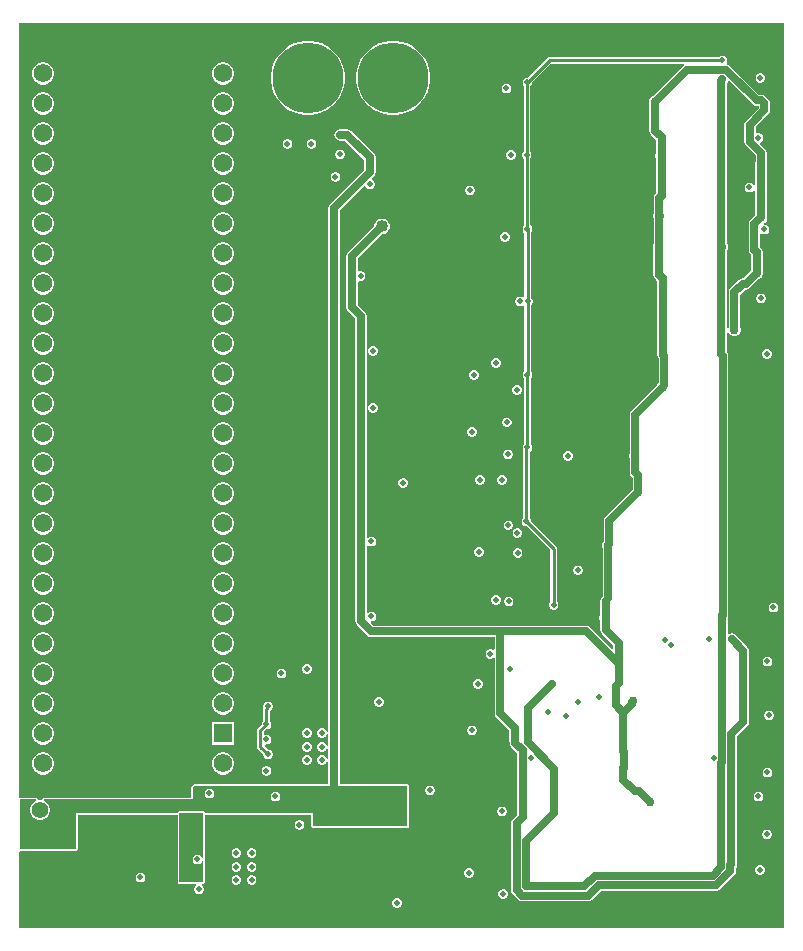
<source format=gbr>
G04*
G04 #@! TF.GenerationSoftware,Altium Limited,Altium Designer,23.5.1 (21)*
G04*
G04 Layer_Physical_Order=3*
G04 Layer_Color=16440176*
%FSLAX25Y25*%
%MOIN*%
G70*
G04*
G04 #@! TF.SameCoordinates,62E66B6F-0332-4FDC-AC1A-6E2C05ECB38F*
G04*
G04*
G04 #@! TF.FilePolarity,Positive*
G04*
G01*
G75*
%ADD13C,0.01000*%
%ADD52C,0.06181*%
%ADD53R,0.06181X0.06181*%
%ADD54C,0.05472*%
%ADD55R,0.05472X0.05472*%
%ADD58C,0.02500*%
%ADD60C,0.23622*%
%ADD62C,0.03000*%
%ADD63C,0.02000*%
%ADD64C,0.04000*%
G36*
X576957Y440543D02*
X322043D01*
Y466090D01*
X322459Y466368D01*
X322500Y466351D01*
X341000D01*
X341459Y466541D01*
X341649Y467000D01*
Y478351D01*
X374851D01*
Y456000D01*
X375041Y455541D01*
X375500Y455351D01*
X380980D01*
X381087Y454884D01*
X381088Y454851D01*
X380644Y454406D01*
X380400Y453818D01*
Y453182D01*
X380644Y452594D01*
X381094Y452144D01*
X381682Y451900D01*
X382318D01*
X382906Y452144D01*
X383356Y452594D01*
X383600Y453182D01*
Y453818D01*
X383356Y454406D01*
X382912Y454851D01*
X382913Y454884D01*
X383020Y455351D01*
X383500D01*
X383959Y455541D01*
X384149Y456000D01*
Y462841D01*
X384077Y463016D01*
X384040Y463202D01*
X384018Y463336D01*
X384040Y463798D01*
X384149Y464159D01*
X384149Y464251D01*
Y478351D01*
X419351D01*
Y474500D01*
X419541Y474041D01*
X420000Y473851D01*
X451500D01*
X451959Y474041D01*
X452149Y474500D01*
Y488000D01*
X451959Y488459D01*
X451500Y488649D01*
X428886D01*
Y679749D01*
X436994Y687856D01*
X437583Y687739D01*
X437644Y687594D01*
X438094Y687144D01*
X438682Y686900D01*
X439318D01*
X439906Y687144D01*
X440356Y687594D01*
X440600Y688182D01*
Y688818D01*
X440356Y689406D01*
X439906Y689856D01*
X439761Y689917D01*
X439643Y690507D01*
X440334Y691197D01*
X440743Y691809D01*
X440886Y692530D01*
Y697500D01*
X440743Y698222D01*
X440334Y698834D01*
X432834Y706334D01*
X432222Y706743D01*
X431500Y706886D01*
X429000D01*
X428278Y706743D01*
X427666Y706334D01*
X427257Y705722D01*
X427114Y705000D01*
X427257Y704278D01*
X427666Y703666D01*
X428278Y703257D01*
X429000Y703114D01*
X430719D01*
X437114Y696719D01*
Y693312D01*
X425666Y681864D01*
X425257Y681252D01*
X425114Y680531D01*
Y506251D01*
X424614Y506152D01*
X424415Y506631D01*
X423965Y507081D01*
X423377Y507324D01*
X422741D01*
X422153Y507081D01*
X421703Y506631D01*
X421459Y506043D01*
Y505406D01*
X421703Y504818D01*
X422153Y504368D01*
X422741Y504124D01*
X423377D01*
X423965Y504368D01*
X424415Y504818D01*
X424614Y505297D01*
X425114Y505197D01*
Y501527D01*
X424614Y501428D01*
X424415Y501906D01*
X423965Y502356D01*
X423377Y502600D01*
X422741D01*
X422153Y502356D01*
X421703Y501906D01*
X421459Y501318D01*
Y500682D01*
X421703Y500094D01*
X422153Y499644D01*
X422741Y499400D01*
X423377D01*
X423965Y499644D01*
X424415Y500094D01*
X424614Y500572D01*
X425114Y500473D01*
Y497196D01*
X424614Y497097D01*
X424415Y497576D01*
X423965Y498026D01*
X423377Y498269D01*
X422741D01*
X422153Y498026D01*
X421703Y497576D01*
X421459Y496988D01*
Y496351D01*
X421703Y495763D01*
X422153Y495313D01*
X422741Y495069D01*
X423377D01*
X423965Y495313D01*
X424415Y495763D01*
X424614Y496242D01*
X425114Y496142D01*
Y488649D01*
X380500D01*
X380041Y488459D01*
X379541Y487959D01*
X379351Y487500D01*
Y484149D01*
X330455D01*
X330324Y484095D01*
X330182Y484090D01*
X330103Y484004D01*
X329995Y483959D01*
X329941Y483828D01*
X329845Y483724D01*
X329763Y483501D01*
X329313Y483273D01*
X328687D01*
X328237Y483501D01*
X328155Y483724D01*
X328059Y483828D01*
X328005Y483959D01*
X327897Y484004D01*
X327818Y484090D01*
X327676Y484095D01*
X327545Y484149D01*
X322500D01*
X322459Y484132D01*
X322043Y484410D01*
Y742457D01*
X576957D01*
Y440543D01*
D02*
G37*
G36*
X451500Y474500D02*
X420000D01*
Y479000D01*
X384149D01*
X383959Y479459D01*
X383500Y479649D01*
X375500D01*
X375041Y479459D01*
X374851Y479000D01*
X341000D01*
Y467000D01*
X322500D01*
Y483500D01*
X327545D01*
X327627Y483277D01*
X327633Y483000D01*
X326952Y482607D01*
X326330Y481986D01*
X325891Y481225D01*
X325664Y480376D01*
Y479498D01*
X325891Y478649D01*
X326330Y477888D01*
X326952Y477267D01*
X327712Y476828D01*
X328561Y476601D01*
X329439D01*
X330288Y476828D01*
X331048Y477267D01*
X331670Y477888D01*
X332109Y478649D01*
X332336Y479498D01*
Y480376D01*
X332109Y481225D01*
X331670Y481986D01*
X331048Y482607D01*
X330367Y483000D01*
X330373Y483277D01*
X330455Y483500D01*
X380000D01*
Y487500D01*
X380500Y488000D01*
X451500D01*
Y474500D01*
D02*
G37*
G36*
X383500Y464159D02*
X383000Y464060D01*
X382856Y464406D01*
X382406Y464856D01*
X381818Y465100D01*
X381182D01*
X380594Y464856D01*
X380144Y464406D01*
X379900Y463818D01*
Y463182D01*
X380144Y462594D01*
X380594Y462144D01*
X381182Y461900D01*
X381818D01*
X382406Y462144D01*
X382856Y462594D01*
X383000Y462940D01*
X383500Y462841D01*
Y456000D01*
X375500D01*
Y479000D01*
X383500D01*
Y464159D01*
D02*
G37*
%LPC*%
G36*
X569429Y725600D02*
X568792D01*
X568204Y725356D01*
X567754Y724906D01*
X567511Y724318D01*
Y723682D01*
X567754Y723094D01*
X568204Y722644D01*
X568792Y722400D01*
X569429D01*
X570017Y722644D01*
X570467Y723094D01*
X570711Y723682D01*
Y724318D01*
X570467Y724906D01*
X570017Y725356D01*
X569429Y725600D01*
D02*
G37*
G36*
X390486Y729190D02*
X389514D01*
X388576Y728939D01*
X387734Y728453D01*
X387047Y727766D01*
X386561Y726925D01*
X386310Y725986D01*
Y725014D01*
X386561Y724076D01*
X387047Y723234D01*
X387734Y722547D01*
X388576Y722061D01*
X389514Y721809D01*
X390486D01*
X391424Y722061D01*
X392266Y722547D01*
X392953Y723234D01*
X393439Y724076D01*
X393690Y725014D01*
Y725986D01*
X393439Y726925D01*
X392953Y727766D01*
X392266Y728453D01*
X391424Y728939D01*
X390486Y729190D01*
D02*
G37*
G36*
X330486D02*
X329514D01*
X328575Y728939D01*
X327734Y728453D01*
X327047Y727766D01*
X326561Y726925D01*
X326309Y725986D01*
Y725014D01*
X326561Y724076D01*
X327047Y723234D01*
X327734Y722547D01*
X328575Y722061D01*
X329514Y721809D01*
X330486D01*
X331424Y722061D01*
X332266Y722547D01*
X332953Y723234D01*
X333439Y724076D01*
X333691Y725014D01*
Y725986D01*
X333439Y726925D01*
X332953Y727766D01*
X332266Y728453D01*
X331424Y728939D01*
X330486Y729190D01*
D02*
G37*
G36*
X484818Y722100D02*
X484182D01*
X483594Y721856D01*
X483144Y721406D01*
X482900Y720818D01*
Y720182D01*
X483144Y719594D01*
X483594Y719144D01*
X484182Y718900D01*
X484818D01*
X485406Y719144D01*
X485856Y719594D01*
X486100Y720182D01*
Y720818D01*
X485856Y721406D01*
X485406Y721856D01*
X484818Y722100D01*
D02*
G37*
G36*
X390486Y719191D02*
X389514D01*
X388576Y718939D01*
X387734Y718453D01*
X387047Y717766D01*
X386561Y716924D01*
X386310Y715986D01*
Y715014D01*
X386561Y714076D01*
X387047Y713234D01*
X387734Y712547D01*
X388576Y712061D01*
X389514Y711809D01*
X390486D01*
X391424Y712061D01*
X392266Y712547D01*
X392953Y713234D01*
X393439Y714076D01*
X393690Y715014D01*
Y715986D01*
X393439Y716924D01*
X392953Y717766D01*
X392266Y718453D01*
X391424Y718939D01*
X390486Y719191D01*
D02*
G37*
G36*
X330486D02*
X329514D01*
X328575Y718939D01*
X327734Y718453D01*
X327047Y717766D01*
X326561Y716924D01*
X326309Y715986D01*
Y715014D01*
X326561Y714076D01*
X327047Y713234D01*
X327734Y712547D01*
X328575Y712061D01*
X329514Y711809D01*
X330486D01*
X331424Y712061D01*
X332266Y712547D01*
X332953Y713234D01*
X333439Y714076D01*
X333691Y715014D01*
Y715986D01*
X333439Y716924D01*
X332953Y717766D01*
X332266Y718453D01*
X331424Y718939D01*
X330486Y719191D01*
D02*
G37*
G36*
X447650Y736411D02*
X445696D01*
X443767Y736105D01*
X441909Y735502D01*
X440168Y734615D01*
X438588Y733467D01*
X437207Y732085D01*
X436058Y730505D01*
X435172Y728764D01*
X434568Y726906D01*
X434262Y724977D01*
Y723023D01*
X434568Y721094D01*
X435172Y719236D01*
X436058Y717495D01*
X437207Y715915D01*
X438588Y714533D01*
X440168Y713385D01*
X441909Y712498D01*
X443767Y711895D01*
X445696Y711589D01*
X447650D01*
X449579Y711895D01*
X451437Y712498D01*
X453178Y713385D01*
X454759Y714533D01*
X456140Y715915D01*
X457288Y717495D01*
X458175Y719236D01*
X458779Y721094D01*
X459084Y723023D01*
Y724977D01*
X458779Y726906D01*
X458175Y728764D01*
X457288Y730505D01*
X456140Y732085D01*
X454759Y733467D01*
X453178Y734615D01*
X451437Y735502D01*
X449579Y736105D01*
X447650Y736411D01*
D02*
G37*
G36*
X419304D02*
X417350D01*
X415420Y736105D01*
X413563Y735502D01*
X411822Y734615D01*
X410242Y733467D01*
X408860Y732085D01*
X407712Y730505D01*
X406825Y728764D01*
X406221Y726906D01*
X405916Y724977D01*
Y723023D01*
X406221Y721094D01*
X406825Y719236D01*
X407712Y717495D01*
X408860Y715915D01*
X410242Y714533D01*
X411822Y713385D01*
X413563Y712498D01*
X415420Y711895D01*
X417350Y711589D01*
X419304D01*
X421233Y711895D01*
X423091Y712498D01*
X424832Y713385D01*
X426412Y714533D01*
X427793Y715915D01*
X428942Y717495D01*
X429829Y719236D01*
X430432Y721094D01*
X430738Y723023D01*
Y724977D01*
X430432Y726906D01*
X429829Y728764D01*
X428942Y730505D01*
X427793Y732085D01*
X426412Y733467D01*
X424832Y734615D01*
X423091Y735502D01*
X421233Y736105D01*
X419304Y736411D01*
D02*
G37*
G36*
X390486Y709191D02*
X389514D01*
X388576Y708939D01*
X387734Y708453D01*
X387047Y707766D01*
X386561Y706924D01*
X386310Y705986D01*
Y705014D01*
X386561Y704075D01*
X387047Y703234D01*
X387734Y702547D01*
X388576Y702061D01*
X389514Y701810D01*
X390486D01*
X391424Y702061D01*
X392266Y702547D01*
X392953Y703234D01*
X393439Y704075D01*
X393690Y705014D01*
Y705986D01*
X393439Y706924D01*
X392953Y707766D01*
X392266Y708453D01*
X391424Y708939D01*
X390486Y709191D01*
D02*
G37*
G36*
X330486D02*
X329514D01*
X328575Y708939D01*
X327734Y708453D01*
X327047Y707766D01*
X326561Y706924D01*
X326309Y705986D01*
Y705014D01*
X326561Y704075D01*
X327047Y703234D01*
X327734Y702547D01*
X328575Y702061D01*
X329514Y701810D01*
X330486D01*
X331424Y702061D01*
X332266Y702547D01*
X332953Y703234D01*
X333439Y704075D01*
X333691Y705014D01*
Y705986D01*
X333439Y706924D01*
X332953Y707766D01*
X332266Y708453D01*
X331424Y708939D01*
X330486Y709191D01*
D02*
G37*
G36*
X419818Y703600D02*
X419182D01*
X418594Y703356D01*
X418144Y702906D01*
X417900Y702318D01*
Y701682D01*
X418144Y701094D01*
X418594Y700644D01*
X419182Y700400D01*
X419818D01*
X420406Y700644D01*
X420856Y701094D01*
X421100Y701682D01*
Y702318D01*
X420856Y702906D01*
X420406Y703356D01*
X419818Y703600D01*
D02*
G37*
G36*
X411818D02*
X411182D01*
X410594Y703356D01*
X410144Y702906D01*
X409900Y702318D01*
Y701682D01*
X410144Y701094D01*
X410594Y700644D01*
X411182Y700400D01*
X411818D01*
X412406Y700644D01*
X412856Y701094D01*
X413100Y701682D01*
Y702318D01*
X412856Y702906D01*
X412406Y703356D01*
X411818Y703600D01*
D02*
G37*
G36*
X429318Y700100D02*
X428682D01*
X428094Y699856D01*
X427644Y699406D01*
X427400Y698818D01*
Y698182D01*
X427644Y697594D01*
X428094Y697144D01*
X428682Y696900D01*
X429318D01*
X429906Y697144D01*
X430356Y697594D01*
X430600Y698182D01*
Y698818D01*
X430356Y699406D01*
X429906Y699856D01*
X429318Y700100D01*
D02*
G37*
G36*
X486318Y699883D02*
X485682D01*
X485094Y699640D01*
X484644Y699190D01*
X484400Y698602D01*
Y697965D01*
X484644Y697377D01*
X485094Y696927D01*
X485682Y696683D01*
X486318D01*
X486906Y696927D01*
X487356Y697377D01*
X487600Y697965D01*
Y698602D01*
X487356Y699190D01*
X486906Y699640D01*
X486318Y699883D01*
D02*
G37*
G36*
X390486Y699191D02*
X389514D01*
X388576Y698939D01*
X387734Y698453D01*
X387047Y697766D01*
X386561Y696924D01*
X386310Y695986D01*
Y695014D01*
X386561Y694075D01*
X387047Y693234D01*
X387734Y692547D01*
X388576Y692061D01*
X389514Y691810D01*
X390486D01*
X391424Y692061D01*
X392266Y692547D01*
X392953Y693234D01*
X393439Y694075D01*
X393690Y695014D01*
Y695986D01*
X393439Y696924D01*
X392953Y697766D01*
X392266Y698453D01*
X391424Y698939D01*
X390486Y699191D01*
D02*
G37*
G36*
X330486D02*
X329514D01*
X328575Y698939D01*
X327734Y698453D01*
X327047Y697766D01*
X326561Y696924D01*
X326309Y695986D01*
Y695014D01*
X326561Y694075D01*
X327047Y693234D01*
X327734Y692547D01*
X328575Y692061D01*
X329514Y691810D01*
X330486D01*
X331424Y692061D01*
X332266Y692547D01*
X332953Y693234D01*
X333439Y694075D01*
X333691Y695014D01*
Y695986D01*
X333439Y696924D01*
X332953Y697766D01*
X332266Y698453D01*
X331424Y698939D01*
X330486Y699191D01*
D02*
G37*
G36*
X427818Y692600D02*
X427182D01*
X426594Y692356D01*
X426144Y691906D01*
X425900Y691318D01*
Y690682D01*
X426144Y690094D01*
X426594Y689644D01*
X427182Y689400D01*
X427818D01*
X428406Y689644D01*
X428856Y690094D01*
X429100Y690682D01*
Y691318D01*
X428856Y691906D01*
X428406Y692356D01*
X427818Y692600D01*
D02*
G37*
G36*
X556818Y731450D02*
X556182D01*
X555594Y731206D01*
X555359Y730972D01*
X498850D01*
X498421Y730886D01*
X498057Y730643D01*
X498057Y730643D01*
X491514Y724100D01*
X491182D01*
X490594Y723856D01*
X490144Y723406D01*
X489900Y722818D01*
Y722182D01*
X490144Y721594D01*
X490245Y721492D01*
Y699558D01*
X489877Y699190D01*
X489633Y698602D01*
Y697965D01*
X489877Y697377D01*
X490245Y697009D01*
Y674634D01*
X490144Y674532D01*
X489900Y673944D01*
Y673307D01*
X490144Y672719D01*
X490428Y672434D01*
Y651041D01*
X489928Y650834D01*
X489906Y650856D01*
X489318Y651100D01*
X488682D01*
X488094Y650856D01*
X487644Y650406D01*
X487400Y649818D01*
Y649182D01*
X487644Y648594D01*
X488094Y648144D01*
X488682Y647900D01*
X489318D01*
X489906Y648144D01*
X489928Y648166D01*
X490428Y647959D01*
Y626191D01*
X490144Y625906D01*
X489900Y625318D01*
Y624682D01*
X490144Y624094D01*
X490378Y623859D01*
Y601970D01*
X490144Y601735D01*
X489900Y601147D01*
Y600511D01*
X490034Y600186D01*
Y577312D01*
X489799Y577077D01*
X489556Y576489D01*
Y575853D01*
X489799Y575265D01*
X490249Y574815D01*
X490838Y574571D01*
X491170D01*
X499089Y566652D01*
Y549402D01*
X498854Y549167D01*
X498610Y548579D01*
Y547942D01*
X498854Y547354D01*
X499304Y546904D01*
X499892Y546661D01*
X500529D01*
X501117Y546904D01*
X501567Y547354D01*
X501811Y547942D01*
Y548579D01*
X501567Y549167D01*
X501332Y549402D01*
Y567116D01*
X501332Y567116D01*
X501247Y567546D01*
X501004Y567909D01*
X501004Y567909D01*
X492756Y576157D01*
Y576489D01*
X492512Y577077D01*
X492277Y577312D01*
Y599419D01*
X492406Y599473D01*
X492856Y599923D01*
X493100Y600511D01*
Y601147D01*
X492856Y601735D01*
X492622Y601970D01*
Y623859D01*
X492856Y624094D01*
X493100Y624682D01*
Y625318D01*
X492856Y625906D01*
X492672Y626091D01*
Y648309D01*
X492956Y648594D01*
X493200Y649182D01*
Y649818D01*
X492956Y650406D01*
X492672Y650691D01*
Y672534D01*
X492856Y672719D01*
X493100Y673307D01*
Y673944D01*
X492856Y674532D01*
X492488Y674900D01*
Y697275D01*
X492590Y697377D01*
X492833Y697965D01*
Y698602D01*
X492590Y699190D01*
X492488Y699291D01*
Y721226D01*
X492856Y721594D01*
X493100Y722182D01*
Y722514D01*
X499315Y728728D01*
X543556D01*
X543707Y728228D01*
X543266Y727934D01*
X533326Y717994D01*
X532810Y717780D01*
X532220Y717190D01*
X531900Y716418D01*
Y715582D01*
X532114Y715066D01*
Y706450D01*
X532257Y705728D01*
X532666Y705116D01*
X534302Y703481D01*
Y698875D01*
X534088Y698358D01*
Y697523D01*
X534302Y697007D01*
Y685347D01*
X534166Y685211D01*
X533757Y684599D01*
X533614Y683877D01*
Y679123D01*
X533400Y678607D01*
Y677772D01*
X533614Y677255D01*
Y669098D01*
X533472Y668385D01*
Y659627D01*
X533258Y659111D01*
Y658276D01*
X533578Y657504D01*
X534169Y656913D01*
X534454Y656795D01*
X534814Y656435D01*
Y641834D01*
X534600Y641318D01*
Y640482D01*
X534814Y639966D01*
Y631714D01*
X534957Y630993D01*
X535246Y630561D01*
Y622516D01*
X534920Y622190D01*
X534706Y621673D01*
X526166Y613134D01*
X525757Y612522D01*
X525614Y611800D01*
Y598934D01*
X525400Y598418D01*
Y597582D01*
X525614Y597066D01*
Y592500D01*
X525757Y591778D01*
X526166Y591166D01*
X526614Y590719D01*
Y586934D01*
X526506Y586673D01*
X517397Y577565D01*
X516988Y576953D01*
X516845Y576231D01*
Y569514D01*
X516620Y569289D01*
X516300Y568517D01*
Y567682D01*
X516614Y566924D01*
Y551336D01*
X516251Y550973D01*
X515842Y550361D01*
X515699Y549640D01*
Y544988D01*
X515485Y544472D01*
Y543637D01*
X515794Y542890D01*
Y539883D01*
X515938Y539161D01*
X516347Y538550D01*
X518633Y536264D01*
X518654Y536249D01*
X520114Y534790D01*
Y533707D01*
X519652Y533516D01*
X512334Y540834D01*
X511722Y541243D01*
X511000Y541386D01*
X440281D01*
X439267Y542400D01*
X439475Y542900D01*
X439818D01*
X440406Y543144D01*
X440856Y543594D01*
X441100Y544182D01*
Y544818D01*
X440856Y545406D01*
X440406Y545856D01*
X439818Y546100D01*
X439182D01*
X438594Y545856D01*
X438386Y545649D01*
X437886Y545856D01*
Y568144D01*
X438386Y568351D01*
X438594Y568144D01*
X439182Y567900D01*
X439818D01*
X440406Y568144D01*
X440856Y568594D01*
X441100Y569182D01*
Y569818D01*
X440856Y570406D01*
X440406Y570856D01*
X439818Y571100D01*
X439182D01*
X438594Y570856D01*
X438386Y570649D01*
X437886Y570856D01*
Y644547D01*
X437743Y645269D01*
X437334Y645881D01*
X434886Y648328D01*
Y656126D01*
X435386Y656460D01*
X435532Y656400D01*
X436168D01*
X436756Y656644D01*
X437206Y657094D01*
X437450Y657682D01*
Y658318D01*
X437206Y658906D01*
X436756Y659356D01*
X436168Y659600D01*
X435532D01*
X435386Y659540D01*
X434886Y659874D01*
Y663719D01*
X443068Y671900D01*
X443342D01*
X444004Y672077D01*
X444596Y672420D01*
X445081Y672904D01*
X445423Y673496D01*
X445600Y674158D01*
Y674842D01*
X445423Y675504D01*
X445081Y676096D01*
X444596Y676580D01*
X444004Y676923D01*
X443342Y677100D01*
X442658D01*
X441996Y676923D01*
X441404Y676580D01*
X440919Y676096D01*
X440577Y675504D01*
X440400Y674842D01*
Y674568D01*
X431666Y665834D01*
X431257Y665222D01*
X431114Y664500D01*
Y647547D01*
X431257Y646825D01*
X431666Y646213D01*
X434114Y643766D01*
Y543000D01*
X434257Y542278D01*
X434666Y541666D01*
X438166Y538166D01*
X438778Y537757D01*
X439500Y537614D01*
X480614D01*
Y533506D01*
X480114Y533299D01*
X480056Y533356D01*
X479468Y533600D01*
X478832D01*
X478244Y533356D01*
X477794Y532906D01*
X477550Y532318D01*
Y531682D01*
X477794Y531094D01*
X478244Y530644D01*
X478832Y530400D01*
X479468D01*
X480056Y530644D01*
X480114Y530701D01*
X480614Y530494D01*
Y512195D01*
X480757Y511473D01*
X481166Y510861D01*
X485500Y506527D01*
Y502378D01*
X485644Y501656D01*
X486053Y501044D01*
X487964Y499132D01*
Y478321D01*
X486566Y476924D01*
X486157Y476312D01*
X486014Y475590D01*
Y453216D01*
X486157Y452494D01*
X486566Y451882D01*
X488382Y450066D01*
X488994Y449657D01*
X489716Y449514D01*
X511741D01*
X512463Y449657D01*
X513075Y450066D01*
X516123Y453114D01*
X554500D01*
X555222Y453257D01*
X555834Y453666D01*
X560492Y458325D01*
X560901Y458937D01*
X561045Y459659D01*
Y460823D01*
X561243Y461120D01*
X561386Y461841D01*
Y504469D01*
X564834Y507916D01*
X565243Y508528D01*
X565386Y509250D01*
Y533100D01*
X565243Y533822D01*
X564834Y534434D01*
X560934Y538334D01*
X560322Y538743D01*
X559600Y538886D01*
X558878Y538743D01*
X558827Y538709D01*
X558386Y538944D01*
Y544497D01*
X558486Y545000D01*
Y631400D01*
X558343Y632122D01*
X557934Y632734D01*
X557886Y632781D01*
Y666474D01*
X558243Y667008D01*
X558386Y667729D01*
X558243Y668451D01*
X557886Y668985D01*
Y722245D01*
X558243Y722778D01*
X558255Y722838D01*
X558733Y722983D01*
X566550Y715166D01*
X567162Y714757D01*
X567884Y714614D01*
X568608D01*
X568611Y714114D01*
X564316Y709819D01*
X563907Y709207D01*
X563764Y708485D01*
Y702819D01*
X563907Y702098D01*
X564316Y701486D01*
X567514Y698288D01*
Y696434D01*
X567300Y695918D01*
Y695082D01*
X567414Y694808D01*
Y688367D01*
X566914Y688268D01*
X566856Y688406D01*
X566406Y688856D01*
X565818Y689100D01*
X565182D01*
X564594Y688856D01*
X564144Y688406D01*
X563900Y687818D01*
Y687182D01*
X564144Y686594D01*
X564594Y686144D01*
X565182Y685900D01*
X565818D01*
X566406Y686144D01*
X566856Y686594D01*
X566914Y686732D01*
X567414Y686633D01*
Y678192D01*
X567406Y678173D01*
X565816Y676584D01*
X565407Y675972D01*
X565264Y675250D01*
Y666819D01*
X565407Y666098D01*
X565816Y665486D01*
X566114Y665188D01*
Y659934D01*
X566102Y659904D01*
X563452Y657255D01*
X563269D01*
X562547Y657112D01*
X561935Y656703D01*
X559166Y653934D01*
X558757Y653322D01*
X558614Y652600D01*
Y640934D01*
X558400Y640418D01*
Y639582D01*
X558720Y638810D01*
X559310Y638220D01*
X560082Y637900D01*
X560918D01*
X561690Y638220D01*
X562280Y638810D01*
X562600Y639582D01*
Y640418D01*
X562386Y640934D01*
Y651819D01*
X564050Y653483D01*
X564233D01*
X564955Y653626D01*
X565567Y654035D01*
X568442Y656910D01*
X569190Y657220D01*
X569780Y657810D01*
X570100Y658582D01*
Y659418D01*
X569886Y659934D01*
Y665970D01*
X569743Y666691D01*
X569334Y667303D01*
X569036Y667601D01*
Y671994D01*
X569536Y672201D01*
X569594Y672144D01*
X570182Y671900D01*
X570818D01*
X571406Y672144D01*
X571856Y672594D01*
X572100Y673182D01*
Y673818D01*
X571856Y674406D01*
X571406Y674856D01*
X570818Y675100D01*
X570400D01*
X570301Y675600D01*
X570589Y675720D01*
X571180Y676310D01*
X571500Y677082D01*
Y677918D01*
X571186Y678675D01*
Y694325D01*
X571500Y695082D01*
Y695918D01*
X571286Y696434D01*
Y699069D01*
X571143Y699791D01*
X570734Y700403D01*
X569143Y701994D01*
X569261Y702583D01*
X569406Y702644D01*
X569856Y703094D01*
X570100Y703682D01*
Y704318D01*
X569856Y704906D01*
X569406Y705356D01*
X568818Y705600D01*
X568182D01*
X568036Y705540D01*
X567536Y705874D01*
Y707703D01*
X571834Y712001D01*
X572243Y712613D01*
X572386Y713335D01*
Y715500D01*
X572243Y716222D01*
X571834Y716834D01*
X570834Y717834D01*
X570222Y718243D01*
X569500Y718386D01*
X568665D01*
X559118Y727934D01*
X558506Y728343D01*
X558053Y728433D01*
X557863Y728927D01*
X557869Y728974D01*
X558100Y729532D01*
Y730168D01*
X557856Y730756D01*
X557406Y731206D01*
X556818Y731450D01*
D02*
G37*
G36*
X472718Y688100D02*
X472082D01*
X471494Y687856D01*
X471044Y687406D01*
X470800Y686818D01*
Y686182D01*
X471044Y685594D01*
X471494Y685144D01*
X472082Y684900D01*
X472718D01*
X473306Y685144D01*
X473756Y685594D01*
X474000Y686182D01*
Y686818D01*
X473756Y687406D01*
X473306Y687856D01*
X472718Y688100D01*
D02*
G37*
G36*
X390486Y689190D02*
X389514D01*
X388576Y688939D01*
X387734Y688453D01*
X387047Y687766D01*
X386561Y686925D01*
X386310Y685986D01*
Y685014D01*
X386561Y684075D01*
X387047Y683234D01*
X387734Y682547D01*
X388576Y682061D01*
X389514Y681810D01*
X390486D01*
X391424Y682061D01*
X392266Y682547D01*
X392953Y683234D01*
X393439Y684075D01*
X393690Y685014D01*
Y685986D01*
X393439Y686925D01*
X392953Y687766D01*
X392266Y688453D01*
X391424Y688939D01*
X390486Y689190D01*
D02*
G37*
G36*
X330486D02*
X329514D01*
X328575Y688939D01*
X327734Y688453D01*
X327047Y687766D01*
X326561Y686925D01*
X326309Y685986D01*
Y685014D01*
X326561Y684075D01*
X327047Y683234D01*
X327734Y682547D01*
X328575Y682061D01*
X329514Y681810D01*
X330486D01*
X331424Y682061D01*
X332266Y682547D01*
X332953Y683234D01*
X333439Y684075D01*
X333691Y685014D01*
Y685986D01*
X333439Y686925D01*
X332953Y687766D01*
X332266Y688453D01*
X331424Y688939D01*
X330486Y689190D01*
D02*
G37*
G36*
X390486Y679190D02*
X389514D01*
X388576Y678939D01*
X387734Y678453D01*
X387047Y677766D01*
X386561Y676925D01*
X386310Y675986D01*
Y675014D01*
X386561Y674076D01*
X387047Y673234D01*
X387734Y672547D01*
X388576Y672061D01*
X389514Y671809D01*
X390486D01*
X391424Y672061D01*
X392266Y672547D01*
X392953Y673234D01*
X393439Y674076D01*
X393690Y675014D01*
Y675986D01*
X393439Y676925D01*
X392953Y677766D01*
X392266Y678453D01*
X391424Y678939D01*
X390486Y679190D01*
D02*
G37*
G36*
X330486D02*
X329514D01*
X328575Y678939D01*
X327734Y678453D01*
X327047Y677766D01*
X326561Y676925D01*
X326309Y675986D01*
Y675014D01*
X326561Y674076D01*
X327047Y673234D01*
X327734Y672547D01*
X328575Y672061D01*
X329514Y671809D01*
X330486D01*
X331424Y672061D01*
X332266Y672547D01*
X332953Y673234D01*
X333439Y674076D01*
X333691Y675014D01*
Y675986D01*
X333439Y676925D01*
X332953Y677766D01*
X332266Y678453D01*
X331424Y678939D01*
X330486Y679190D01*
D02*
G37*
G36*
X484318Y672600D02*
X483682D01*
X483094Y672356D01*
X482644Y671906D01*
X482400Y671318D01*
Y670682D01*
X482644Y670094D01*
X483094Y669644D01*
X483682Y669400D01*
X484318D01*
X484906Y669644D01*
X485356Y670094D01*
X485600Y670682D01*
Y671318D01*
X485356Y671906D01*
X484906Y672356D01*
X484318Y672600D01*
D02*
G37*
G36*
X390486Y669191D02*
X389514D01*
X388576Y668939D01*
X387734Y668453D01*
X387047Y667766D01*
X386561Y666924D01*
X386310Y665986D01*
Y665014D01*
X386561Y664076D01*
X387047Y663234D01*
X387734Y662547D01*
X388576Y662061D01*
X389514Y661809D01*
X390486D01*
X391424Y662061D01*
X392266Y662547D01*
X392953Y663234D01*
X393439Y664076D01*
X393690Y665014D01*
Y665986D01*
X393439Y666924D01*
X392953Y667766D01*
X392266Y668453D01*
X391424Y668939D01*
X390486Y669191D01*
D02*
G37*
G36*
X330486D02*
X329514D01*
X328575Y668939D01*
X327734Y668453D01*
X327047Y667766D01*
X326561Y666924D01*
X326309Y665986D01*
Y665014D01*
X326561Y664076D01*
X327047Y663234D01*
X327734Y662547D01*
X328575Y662061D01*
X329514Y661809D01*
X330486D01*
X331424Y662061D01*
X332266Y662547D01*
X332953Y663234D01*
X333439Y664076D01*
X333691Y665014D01*
Y665986D01*
X333439Y666924D01*
X332953Y667766D01*
X332266Y668453D01*
X331424Y668939D01*
X330486Y669191D01*
D02*
G37*
G36*
X390486Y659191D02*
X389514D01*
X388576Y658939D01*
X387734Y658453D01*
X387047Y657766D01*
X386561Y656924D01*
X386310Y655986D01*
Y655014D01*
X386561Y654075D01*
X387047Y653234D01*
X387734Y652547D01*
X388576Y652061D01*
X389514Y651810D01*
X390486D01*
X391424Y652061D01*
X392266Y652547D01*
X392953Y653234D01*
X393439Y654075D01*
X393690Y655014D01*
Y655986D01*
X393439Y656924D01*
X392953Y657766D01*
X392266Y658453D01*
X391424Y658939D01*
X390486Y659191D01*
D02*
G37*
G36*
X330486D02*
X329514D01*
X328575Y658939D01*
X327734Y658453D01*
X327047Y657766D01*
X326561Y656924D01*
X326309Y655986D01*
Y655014D01*
X326561Y654075D01*
X327047Y653234D01*
X327734Y652547D01*
X328575Y652061D01*
X329514Y651810D01*
X330486D01*
X331424Y652061D01*
X332266Y652547D01*
X332953Y653234D01*
X333439Y654075D01*
X333691Y655014D01*
Y655986D01*
X333439Y656924D01*
X332953Y657766D01*
X332266Y658453D01*
X331424Y658939D01*
X330486Y659191D01*
D02*
G37*
G36*
X569718Y652100D02*
X569082D01*
X568494Y651856D01*
X568044Y651406D01*
X567800Y650818D01*
Y650182D01*
X568044Y649594D01*
X568494Y649144D01*
X569082Y648900D01*
X569718D01*
X570306Y649144D01*
X570756Y649594D01*
X571000Y650182D01*
Y650818D01*
X570756Y651406D01*
X570306Y651856D01*
X569718Y652100D01*
D02*
G37*
G36*
X390486Y649191D02*
X389514D01*
X388576Y648939D01*
X387734Y648453D01*
X387047Y647766D01*
X386561Y646924D01*
X386310Y645986D01*
Y645014D01*
X386561Y644075D01*
X387047Y643234D01*
X387734Y642547D01*
X388576Y642061D01*
X389514Y641810D01*
X390486D01*
X391424Y642061D01*
X392266Y642547D01*
X392953Y643234D01*
X393439Y644075D01*
X393690Y645014D01*
Y645986D01*
X393439Y646924D01*
X392953Y647766D01*
X392266Y648453D01*
X391424Y648939D01*
X390486Y649191D01*
D02*
G37*
G36*
X330486D02*
X329514D01*
X328575Y648939D01*
X327734Y648453D01*
X327047Y647766D01*
X326561Y646924D01*
X326309Y645986D01*
Y645014D01*
X326561Y644075D01*
X327047Y643234D01*
X327734Y642547D01*
X328575Y642061D01*
X329514Y641810D01*
X330486D01*
X331424Y642061D01*
X332266Y642547D01*
X332953Y643234D01*
X333439Y644075D01*
X333691Y645014D01*
Y645986D01*
X333439Y646924D01*
X332953Y647766D01*
X332266Y648453D01*
X331424Y648939D01*
X330486Y649191D01*
D02*
G37*
G36*
X390486Y639190D02*
X389514D01*
X388576Y638939D01*
X387734Y638453D01*
X387047Y637766D01*
X386561Y636925D01*
X386310Y635986D01*
Y635014D01*
X386561Y634075D01*
X387047Y633234D01*
X387734Y632547D01*
X388576Y632061D01*
X389514Y631810D01*
X390486D01*
X391424Y632061D01*
X392266Y632547D01*
X392953Y633234D01*
X393439Y634075D01*
X393690Y635014D01*
Y635986D01*
X393439Y636925D01*
X392953Y637766D01*
X392266Y638453D01*
X391424Y638939D01*
X390486Y639190D01*
D02*
G37*
G36*
X330486D02*
X329514D01*
X328575Y638939D01*
X327734Y638453D01*
X327047Y637766D01*
X326561Y636925D01*
X326309Y635986D01*
Y635014D01*
X326561Y634075D01*
X327047Y633234D01*
X327734Y632547D01*
X328575Y632061D01*
X329514Y631810D01*
X330486D01*
X331424Y632061D01*
X332266Y632547D01*
X332953Y633234D01*
X333439Y634075D01*
X333691Y635014D01*
Y635986D01*
X333439Y636925D01*
X332953Y637766D01*
X332266Y638453D01*
X331424Y638939D01*
X330486Y639190D01*
D02*
G37*
G36*
X440318Y634600D02*
X439682D01*
X439094Y634356D01*
X438644Y633906D01*
X438400Y633318D01*
Y632682D01*
X438644Y632094D01*
X439094Y631644D01*
X439682Y631400D01*
X440318D01*
X440906Y631644D01*
X441356Y632094D01*
X441600Y632682D01*
Y633318D01*
X441356Y633906D01*
X440906Y634356D01*
X440318Y634600D01*
D02*
G37*
G36*
X571618Y633600D02*
X570982D01*
X570394Y633356D01*
X569944Y632906D01*
X569700Y632318D01*
Y631682D01*
X569944Y631094D01*
X570394Y630644D01*
X570982Y630400D01*
X571618D01*
X572206Y630644D01*
X572656Y631094D01*
X572900Y631682D01*
Y632318D01*
X572656Y632906D01*
X572206Y633356D01*
X571618Y633600D01*
D02*
G37*
G36*
X481309Y630567D02*
X480672D01*
X480084Y630323D01*
X479634Y629873D01*
X479390Y629285D01*
Y628649D01*
X479634Y628061D01*
X480084Y627610D01*
X480672Y627367D01*
X481309D01*
X481897Y627610D01*
X482347Y628061D01*
X482590Y628649D01*
Y629285D01*
X482347Y629873D01*
X481897Y630323D01*
X481309Y630567D01*
D02*
G37*
G36*
X473918Y626600D02*
X473282D01*
X472694Y626356D01*
X472244Y625906D01*
X472000Y625318D01*
Y624682D01*
X472244Y624094D01*
X472694Y623644D01*
X473282Y623400D01*
X473918D01*
X474506Y623644D01*
X474956Y624094D01*
X475200Y624682D01*
Y625318D01*
X474956Y625906D01*
X474506Y626356D01*
X473918Y626600D01*
D02*
G37*
G36*
X390486Y629190D02*
X389514D01*
X388576Y628939D01*
X387734Y628453D01*
X387047Y627766D01*
X386561Y626925D01*
X386310Y625986D01*
Y625014D01*
X386561Y624076D01*
X387047Y623234D01*
X387734Y622547D01*
X388576Y622061D01*
X389514Y621809D01*
X390486D01*
X391424Y622061D01*
X392266Y622547D01*
X392953Y623234D01*
X393439Y624076D01*
X393690Y625014D01*
Y625986D01*
X393439Y626925D01*
X392953Y627766D01*
X392266Y628453D01*
X391424Y628939D01*
X390486Y629190D01*
D02*
G37*
G36*
X330486D02*
X329514D01*
X328575Y628939D01*
X327734Y628453D01*
X327047Y627766D01*
X326561Y626925D01*
X326309Y625986D01*
Y625014D01*
X326561Y624076D01*
X327047Y623234D01*
X327734Y622547D01*
X328575Y622061D01*
X329514Y621809D01*
X330486D01*
X331424Y622061D01*
X332266Y622547D01*
X332953Y623234D01*
X333439Y624076D01*
X333691Y625014D01*
Y625986D01*
X333439Y626925D01*
X332953Y627766D01*
X332266Y628453D01*
X331424Y628939D01*
X330486Y629190D01*
D02*
G37*
G36*
X488318Y621600D02*
X487682D01*
X487094Y621356D01*
X486644Y620906D01*
X486400Y620318D01*
Y619682D01*
X486644Y619094D01*
X487094Y618644D01*
X487682Y618400D01*
X488318D01*
X488906Y618644D01*
X489356Y619094D01*
X489600Y619682D01*
Y620318D01*
X489356Y620906D01*
X488906Y621356D01*
X488318Y621600D01*
D02*
G37*
G36*
X440318Y615600D02*
X439682D01*
X439094Y615356D01*
X438644Y614906D01*
X438400Y614318D01*
Y613682D01*
X438644Y613094D01*
X439094Y612644D01*
X439682Y612400D01*
X440318D01*
X440906Y612644D01*
X441356Y613094D01*
X441600Y613682D01*
Y614318D01*
X441356Y614906D01*
X440906Y615356D01*
X440318Y615600D01*
D02*
G37*
G36*
X390486Y619191D02*
X389514D01*
X388576Y618939D01*
X387734Y618453D01*
X387047Y617766D01*
X386561Y616924D01*
X386310Y615986D01*
Y615014D01*
X386561Y614076D01*
X387047Y613234D01*
X387734Y612547D01*
X388576Y612061D01*
X389514Y611809D01*
X390486D01*
X391424Y612061D01*
X392266Y612547D01*
X392953Y613234D01*
X393439Y614076D01*
X393690Y615014D01*
Y615986D01*
X393439Y616924D01*
X392953Y617766D01*
X392266Y618453D01*
X391424Y618939D01*
X390486Y619191D01*
D02*
G37*
G36*
X330486D02*
X329514D01*
X328575Y618939D01*
X327734Y618453D01*
X327047Y617766D01*
X326561Y616924D01*
X326309Y615986D01*
Y615014D01*
X326561Y614076D01*
X327047Y613234D01*
X327734Y612547D01*
X328575Y612061D01*
X329514Y611809D01*
X330486D01*
X331424Y612061D01*
X332266Y612547D01*
X332953Y613234D01*
X333439Y614076D01*
X333691Y615014D01*
Y615986D01*
X333439Y616924D01*
X332953Y617766D01*
X332266Y618453D01*
X331424Y618939D01*
X330486Y619191D01*
D02*
G37*
G36*
X484893Y610819D02*
X484257D01*
X483669Y610576D01*
X483219Y610126D01*
X482975Y609538D01*
Y608901D01*
X483219Y608313D01*
X483669Y607863D01*
X484257Y607619D01*
X484893D01*
X485481Y607863D01*
X485931Y608313D01*
X486175Y608901D01*
Y609538D01*
X485931Y610126D01*
X485481Y610576D01*
X484893Y610819D01*
D02*
G37*
G36*
X473338Y607580D02*
X472702D01*
X472114Y607337D01*
X471663Y606886D01*
X471420Y606298D01*
Y605662D01*
X471663Y605074D01*
X472114Y604624D01*
X472702Y604380D01*
X473338D01*
X473926Y604624D01*
X474376Y605074D01*
X474620Y605662D01*
Y606298D01*
X474376Y606886D01*
X473926Y607337D01*
X473338Y607580D01*
D02*
G37*
G36*
X390486Y609191D02*
X389514D01*
X388576Y608939D01*
X387734Y608453D01*
X387047Y607766D01*
X386561Y606924D01*
X386310Y605986D01*
Y605014D01*
X386561Y604075D01*
X387047Y603234D01*
X387734Y602547D01*
X388576Y602061D01*
X389514Y601810D01*
X390486D01*
X391424Y602061D01*
X392266Y602547D01*
X392953Y603234D01*
X393439Y604075D01*
X393690Y605014D01*
Y605986D01*
X393439Y606924D01*
X392953Y607766D01*
X392266Y608453D01*
X391424Y608939D01*
X390486Y609191D01*
D02*
G37*
G36*
X330486D02*
X329514D01*
X328575Y608939D01*
X327734Y608453D01*
X327047Y607766D01*
X326561Y606924D01*
X326309Y605986D01*
Y605014D01*
X326561Y604075D01*
X327047Y603234D01*
X327734Y602547D01*
X328575Y602061D01*
X329514Y601810D01*
X330486D01*
X331424Y602061D01*
X332266Y602547D01*
X332953Y603234D01*
X333439Y604075D01*
X333691Y605014D01*
Y605986D01*
X333439Y606924D01*
X332953Y607766D01*
X332266Y608453D01*
X331424Y608939D01*
X330486Y609191D01*
D02*
G37*
G36*
X485322Y600104D02*
X484686D01*
X484097Y599860D01*
X483647Y599410D01*
X483404Y598822D01*
Y598186D01*
X483647Y597598D01*
X484097Y597148D01*
X484686Y596904D01*
X485322D01*
X485910Y597148D01*
X486360Y597598D01*
X486604Y598186D01*
Y598822D01*
X486360Y599410D01*
X485910Y599860D01*
X485322Y600104D01*
D02*
G37*
G36*
X505318Y599600D02*
X504682D01*
X504094Y599356D01*
X503644Y598906D01*
X503400Y598318D01*
Y597682D01*
X503644Y597094D01*
X504094Y596644D01*
X504682Y596400D01*
X505318D01*
X505906Y596644D01*
X506356Y597094D01*
X506600Y597682D01*
Y598318D01*
X506356Y598906D01*
X505906Y599356D01*
X505318Y599600D01*
D02*
G37*
G36*
X390486Y599191D02*
X389514D01*
X388576Y598939D01*
X387734Y598453D01*
X387047Y597766D01*
X386561Y596924D01*
X386310Y595986D01*
Y595014D01*
X386561Y594075D01*
X387047Y593234D01*
X387734Y592547D01*
X388576Y592061D01*
X389514Y591810D01*
X390486D01*
X391424Y592061D01*
X392266Y592547D01*
X392953Y593234D01*
X393439Y594075D01*
X393690Y595014D01*
Y595986D01*
X393439Y596924D01*
X392953Y597766D01*
X392266Y598453D01*
X391424Y598939D01*
X390486Y599191D01*
D02*
G37*
G36*
X330486D02*
X329514D01*
X328575Y598939D01*
X327734Y598453D01*
X327047Y597766D01*
X326561Y596924D01*
X326309Y595986D01*
Y595014D01*
X326561Y594075D01*
X327047Y593234D01*
X327734Y592547D01*
X328575Y592061D01*
X329514Y591810D01*
X330486D01*
X331424Y592061D01*
X332266Y592547D01*
X332953Y593234D01*
X333439Y594075D01*
X333691Y595014D01*
Y595986D01*
X333439Y596924D01*
X332953Y597766D01*
X332266Y598453D01*
X331424Y598939D01*
X330486Y599191D01*
D02*
G37*
G36*
X483318Y591600D02*
X482682D01*
X482094Y591356D01*
X481644Y590906D01*
X481400Y590318D01*
Y589682D01*
X481644Y589094D01*
X482094Y588644D01*
X482682Y588400D01*
X483318D01*
X483906Y588644D01*
X484356Y589094D01*
X484600Y589682D01*
Y590318D01*
X484356Y590906D01*
X483906Y591356D01*
X483318Y591600D01*
D02*
G37*
G36*
X475918D02*
X475282D01*
X474694Y591356D01*
X474244Y590906D01*
X474000Y590318D01*
Y589682D01*
X474244Y589094D01*
X474694Y588644D01*
X475282Y588400D01*
X475918D01*
X476506Y588644D01*
X476956Y589094D01*
X477200Y589682D01*
Y590318D01*
X476956Y590906D01*
X476506Y591356D01*
X475918Y591600D01*
D02*
G37*
G36*
X450418Y590600D02*
X449782D01*
X449194Y590356D01*
X448744Y589906D01*
X448500Y589318D01*
Y588682D01*
X448744Y588094D01*
X449194Y587644D01*
X449782Y587400D01*
X450418D01*
X451006Y587644D01*
X451456Y588094D01*
X451700Y588682D01*
Y589318D01*
X451456Y589906D01*
X451006Y590356D01*
X450418Y590600D01*
D02*
G37*
G36*
X390486Y589190D02*
X389514D01*
X388576Y588939D01*
X387734Y588453D01*
X387047Y587766D01*
X386561Y586925D01*
X386310Y585986D01*
Y585014D01*
X386561Y584075D01*
X387047Y583234D01*
X387734Y582547D01*
X388576Y582061D01*
X389514Y581810D01*
X390486D01*
X391424Y582061D01*
X392266Y582547D01*
X392953Y583234D01*
X393439Y584075D01*
X393690Y585014D01*
Y585986D01*
X393439Y586925D01*
X392953Y587766D01*
X392266Y588453D01*
X391424Y588939D01*
X390486Y589190D01*
D02*
G37*
G36*
X330486D02*
X329514D01*
X328575Y588939D01*
X327734Y588453D01*
X327047Y587766D01*
X326561Y586925D01*
X326309Y585986D01*
Y585014D01*
X326561Y584075D01*
X327047Y583234D01*
X327734Y582547D01*
X328575Y582061D01*
X329514Y581810D01*
X330486D01*
X331424Y582061D01*
X332266Y582547D01*
X332953Y583234D01*
X333439Y584075D01*
X333691Y585014D01*
Y585986D01*
X333439Y586925D01*
X332953Y587766D01*
X332266Y588453D01*
X331424Y588939D01*
X330486Y589190D01*
D02*
G37*
G36*
X485428Y576461D02*
X484791D01*
X484203Y576217D01*
X483753Y575767D01*
X483509Y575179D01*
Y574542D01*
X483753Y573954D01*
X484203Y573504D01*
X484791Y573261D01*
X485428D01*
X486016Y573504D01*
X486466Y573954D01*
X486709Y574542D01*
Y575179D01*
X486466Y575767D01*
X486016Y576217D01*
X485428Y576461D01*
D02*
G37*
G36*
X390486Y579190D02*
X389514D01*
X388576Y578939D01*
X387734Y578453D01*
X387047Y577766D01*
X386561Y576925D01*
X386310Y575986D01*
Y575014D01*
X386561Y574076D01*
X387047Y573234D01*
X387734Y572547D01*
X388576Y572061D01*
X389514Y571809D01*
X390486D01*
X391424Y572061D01*
X392266Y572547D01*
X392953Y573234D01*
X393439Y574076D01*
X393690Y575014D01*
Y575986D01*
X393439Y576925D01*
X392953Y577766D01*
X392266Y578453D01*
X391424Y578939D01*
X390486Y579190D01*
D02*
G37*
G36*
X330486D02*
X329514D01*
X328575Y578939D01*
X327734Y578453D01*
X327047Y577766D01*
X326561Y576925D01*
X326309Y575986D01*
Y575014D01*
X326561Y574076D01*
X327047Y573234D01*
X327734Y572547D01*
X328575Y572061D01*
X329514Y571809D01*
X330486D01*
X331424Y572061D01*
X332266Y572547D01*
X332953Y573234D01*
X333439Y574076D01*
X333691Y575014D01*
Y575986D01*
X333439Y576925D01*
X332953Y577766D01*
X332266Y578453D01*
X331424Y578939D01*
X330486Y579190D01*
D02*
G37*
G36*
X488452Y573966D02*
X487815D01*
X487227Y573723D01*
X486777Y573273D01*
X486534Y572685D01*
Y572048D01*
X486777Y571460D01*
X487227Y571010D01*
X487815Y570766D01*
X488452D01*
X489040Y571010D01*
X489490Y571460D01*
X489734Y572048D01*
Y572685D01*
X489490Y573273D01*
X489040Y573723D01*
X488452Y573966D01*
D02*
G37*
G36*
X475711Y567630D02*
X475074D01*
X474486Y567387D01*
X474036Y566936D01*
X473793Y566348D01*
Y565712D01*
X474036Y565124D01*
X474486Y564674D01*
X475074Y564430D01*
X475711D01*
X476299Y564674D01*
X476749Y565124D01*
X476993Y565712D01*
Y566348D01*
X476749Y566936D01*
X476299Y567387D01*
X475711Y567630D01*
D02*
G37*
G36*
X488551Y567333D02*
X487914D01*
X487326Y567089D01*
X486876Y566639D01*
X486633Y566051D01*
Y565414D01*
X486876Y564826D01*
X487326Y564376D01*
X487914Y564133D01*
X488551D01*
X489139Y564376D01*
X489589Y564826D01*
X489833Y565414D01*
Y566051D01*
X489589Y566639D01*
X489139Y567089D01*
X488551Y567333D01*
D02*
G37*
G36*
X390486Y569191D02*
X389514D01*
X388576Y568939D01*
X387734Y568453D01*
X387047Y567766D01*
X386561Y566924D01*
X386310Y565986D01*
Y565014D01*
X386561Y564076D01*
X387047Y563234D01*
X387734Y562547D01*
X388576Y562061D01*
X389514Y561809D01*
X390486D01*
X391424Y562061D01*
X392266Y562547D01*
X392953Y563234D01*
X393439Y564076D01*
X393690Y565014D01*
Y565986D01*
X393439Y566924D01*
X392953Y567766D01*
X392266Y568453D01*
X391424Y568939D01*
X390486Y569191D01*
D02*
G37*
G36*
X330486D02*
X329514D01*
X328575Y568939D01*
X327734Y568453D01*
X327047Y567766D01*
X326561Y566924D01*
X326309Y565986D01*
Y565014D01*
X326561Y564076D01*
X327047Y563234D01*
X327734Y562547D01*
X328575Y562061D01*
X329514Y561809D01*
X330486D01*
X331424Y562061D01*
X332266Y562547D01*
X332953Y563234D01*
X333439Y564076D01*
X333691Y565014D01*
Y565986D01*
X333439Y566924D01*
X332953Y567766D01*
X332266Y568453D01*
X331424Y568939D01*
X330486Y569191D01*
D02*
G37*
G36*
X508700Y561482D02*
X508064D01*
X507475Y561238D01*
X507025Y560788D01*
X506782Y560200D01*
Y559563D01*
X507025Y558975D01*
X507475Y558525D01*
X508064Y558282D01*
X508700D01*
X509288Y558525D01*
X509738Y558975D01*
X509982Y559563D01*
Y560200D01*
X509738Y560788D01*
X509288Y561238D01*
X508700Y561482D01*
D02*
G37*
G36*
X390486Y559191D02*
X389514D01*
X388576Y558939D01*
X387734Y558453D01*
X387047Y557766D01*
X386561Y556924D01*
X386310Y555986D01*
Y555014D01*
X386561Y554075D01*
X387047Y553234D01*
X387734Y552547D01*
X388576Y552061D01*
X389514Y551810D01*
X390486D01*
X391424Y552061D01*
X392266Y552547D01*
X392953Y553234D01*
X393439Y554075D01*
X393690Y555014D01*
Y555986D01*
X393439Y556924D01*
X392953Y557766D01*
X392266Y558453D01*
X391424Y558939D01*
X390486Y559191D01*
D02*
G37*
G36*
X330486D02*
X329514D01*
X328575Y558939D01*
X327734Y558453D01*
X327047Y557766D01*
X326561Y556924D01*
X326309Y555986D01*
Y555014D01*
X326561Y554075D01*
X327047Y553234D01*
X327734Y552547D01*
X328575Y552061D01*
X329514Y551810D01*
X330486D01*
X331424Y552061D01*
X332266Y552547D01*
X332953Y553234D01*
X333439Y554075D01*
X333691Y555014D01*
Y555986D01*
X333439Y556924D01*
X332953Y557766D01*
X332266Y558453D01*
X331424Y558939D01*
X330486Y559191D01*
D02*
G37*
G36*
X481318Y551600D02*
X480682D01*
X480094Y551356D01*
X479644Y550906D01*
X479400Y550318D01*
Y549682D01*
X479644Y549094D01*
X480094Y548644D01*
X480682Y548400D01*
X481318D01*
X481906Y548644D01*
X482356Y549094D01*
X482600Y549682D01*
Y550318D01*
X482356Y550906D01*
X481906Y551356D01*
X481318Y551600D01*
D02*
G37*
G36*
X485518Y551100D02*
X484882D01*
X484294Y550856D01*
X483844Y550406D01*
X483600Y549818D01*
Y549182D01*
X483844Y548594D01*
X484294Y548144D01*
X484882Y547900D01*
X485518D01*
X486106Y548144D01*
X486556Y548594D01*
X486800Y549182D01*
Y549818D01*
X486556Y550406D01*
X486106Y550856D01*
X485518Y551100D01*
D02*
G37*
G36*
X573818Y549100D02*
X573182D01*
X572594Y548856D01*
X572144Y548406D01*
X571900Y547818D01*
Y547182D01*
X572144Y546594D01*
X572594Y546144D01*
X573182Y545900D01*
X573818D01*
X574406Y546144D01*
X574856Y546594D01*
X575100Y547182D01*
Y547818D01*
X574856Y548406D01*
X574406Y548856D01*
X573818Y549100D01*
D02*
G37*
G36*
X390486Y549191D02*
X389514D01*
X388576Y548939D01*
X387734Y548453D01*
X387047Y547766D01*
X386561Y546924D01*
X386310Y545986D01*
Y545014D01*
X386561Y544075D01*
X387047Y543234D01*
X387734Y542547D01*
X388576Y542061D01*
X389514Y541810D01*
X390486D01*
X391424Y542061D01*
X392266Y542547D01*
X392953Y543234D01*
X393439Y544075D01*
X393690Y545014D01*
Y545986D01*
X393439Y546924D01*
X392953Y547766D01*
X392266Y548453D01*
X391424Y548939D01*
X390486Y549191D01*
D02*
G37*
G36*
X330486D02*
X329514D01*
X328575Y548939D01*
X327734Y548453D01*
X327047Y547766D01*
X326561Y546924D01*
X326309Y545986D01*
Y545014D01*
X326561Y544075D01*
X327047Y543234D01*
X327734Y542547D01*
X328575Y542061D01*
X329514Y541810D01*
X330486D01*
X331424Y542061D01*
X332266Y542547D01*
X332953Y543234D01*
X333439Y544075D01*
X333691Y545014D01*
Y545986D01*
X333439Y546924D01*
X332953Y547766D01*
X332266Y548453D01*
X331424Y548939D01*
X330486Y549191D01*
D02*
G37*
G36*
X390486Y539190D02*
X389514D01*
X388576Y538939D01*
X387734Y538453D01*
X387047Y537766D01*
X386561Y536925D01*
X386310Y535986D01*
Y535014D01*
X386561Y534075D01*
X387047Y533234D01*
X387734Y532547D01*
X388576Y532061D01*
X389514Y531810D01*
X390486D01*
X391424Y532061D01*
X392266Y532547D01*
X392953Y533234D01*
X393439Y534075D01*
X393690Y535014D01*
Y535986D01*
X393439Y536925D01*
X392953Y537766D01*
X392266Y538453D01*
X391424Y538939D01*
X390486Y539190D01*
D02*
G37*
G36*
X330486D02*
X329514D01*
X328575Y538939D01*
X327734Y538453D01*
X327047Y537766D01*
X326561Y536925D01*
X326309Y535986D01*
Y535014D01*
X326561Y534075D01*
X327047Y533234D01*
X327734Y532547D01*
X328575Y532061D01*
X329514Y531810D01*
X330486D01*
X331424Y532061D01*
X332266Y532547D01*
X332953Y533234D01*
X333439Y534075D01*
X333691Y535014D01*
Y535986D01*
X333439Y536925D01*
X332953Y537766D01*
X332266Y538453D01*
X331424Y538939D01*
X330486Y539190D01*
D02*
G37*
G36*
X571818Y531100D02*
X571182D01*
X570594Y530856D01*
X570144Y530406D01*
X569900Y529818D01*
Y529182D01*
X570144Y528594D01*
X570594Y528144D01*
X571182Y527900D01*
X571818D01*
X572406Y528144D01*
X572856Y528594D01*
X573100Y529182D01*
Y529818D01*
X572856Y530406D01*
X572406Y530856D01*
X571818Y531100D01*
D02*
G37*
G36*
X418318Y528600D02*
X417682D01*
X417094Y528356D01*
X416644Y527906D01*
X416400Y527318D01*
Y526682D01*
X416644Y526094D01*
X417094Y525644D01*
X417682Y525400D01*
X418318D01*
X418906Y525644D01*
X419356Y526094D01*
X419600Y526682D01*
Y527318D01*
X419356Y527906D01*
X418906Y528356D01*
X418318Y528600D01*
D02*
G37*
G36*
X409818Y527100D02*
X409182D01*
X408594Y526856D01*
X408144Y526406D01*
X407900Y525818D01*
Y525182D01*
X408144Y524594D01*
X408594Y524144D01*
X409182Y523900D01*
X409818D01*
X410406Y524144D01*
X410856Y524594D01*
X411100Y525182D01*
Y525818D01*
X410856Y526406D01*
X410406Y526856D01*
X409818Y527100D01*
D02*
G37*
G36*
X390486Y529190D02*
X389514D01*
X388576Y528939D01*
X387734Y528453D01*
X387047Y527766D01*
X386561Y526925D01*
X386310Y525986D01*
Y525014D01*
X386561Y524076D01*
X387047Y523234D01*
X387734Y522547D01*
X388576Y522061D01*
X389514Y521809D01*
X390486D01*
X391424Y522061D01*
X392266Y522547D01*
X392953Y523234D01*
X393439Y524076D01*
X393690Y525014D01*
Y525986D01*
X393439Y526925D01*
X392953Y527766D01*
X392266Y528453D01*
X391424Y528939D01*
X390486Y529190D01*
D02*
G37*
G36*
X330486D02*
X329514D01*
X328575Y528939D01*
X327734Y528453D01*
X327047Y527766D01*
X326561Y526925D01*
X326309Y525986D01*
Y525014D01*
X326561Y524076D01*
X327047Y523234D01*
X327734Y522547D01*
X328575Y522061D01*
X329514Y521809D01*
X330486D01*
X331424Y522061D01*
X332266Y522547D01*
X332953Y523234D01*
X333439Y524076D01*
X333691Y525014D01*
Y525986D01*
X333439Y526925D01*
X332953Y527766D01*
X332266Y528453D01*
X331424Y528939D01*
X330486Y529190D01*
D02*
G37*
G36*
X475318Y523600D02*
X474682D01*
X474094Y523356D01*
X473644Y522906D01*
X473400Y522318D01*
Y521682D01*
X473644Y521094D01*
X474094Y520644D01*
X474682Y520400D01*
X475318D01*
X475906Y520644D01*
X476356Y521094D01*
X476600Y521682D01*
Y522318D01*
X476356Y522906D01*
X475906Y523356D01*
X475318Y523600D01*
D02*
G37*
G36*
X442318Y517600D02*
X441682D01*
X441094Y517356D01*
X440644Y516906D01*
X440400Y516318D01*
Y515682D01*
X440644Y515094D01*
X441094Y514644D01*
X441682Y514400D01*
X442318D01*
X442906Y514644D01*
X443356Y515094D01*
X443600Y515682D01*
Y516318D01*
X443356Y516906D01*
X442906Y517356D01*
X442318Y517600D01*
D02*
G37*
G36*
X390486Y519191D02*
X389514D01*
X388576Y518939D01*
X387734Y518453D01*
X387047Y517766D01*
X386561Y516924D01*
X386310Y515986D01*
Y515014D01*
X386561Y514076D01*
X387047Y513234D01*
X387734Y512547D01*
X388576Y512061D01*
X389514Y511809D01*
X390486D01*
X391424Y512061D01*
X392266Y512547D01*
X392953Y513234D01*
X393439Y514076D01*
X393690Y515014D01*
Y515986D01*
X393439Y516924D01*
X392953Y517766D01*
X392266Y518453D01*
X391424Y518939D01*
X390486Y519191D01*
D02*
G37*
G36*
X330486D02*
X329514D01*
X328575Y518939D01*
X327734Y518453D01*
X327047Y517766D01*
X326561Y516924D01*
X326309Y515986D01*
Y515014D01*
X326561Y514076D01*
X327047Y513234D01*
X327734Y512547D01*
X328575Y512061D01*
X329514Y511809D01*
X330486D01*
X331424Y512061D01*
X332266Y512547D01*
X332953Y513234D01*
X333439Y514076D01*
X333691Y515014D01*
Y515986D01*
X333439Y516924D01*
X332953Y517766D01*
X332266Y518453D01*
X331424Y518939D01*
X330486Y519191D01*
D02*
G37*
G36*
X572318Y513100D02*
X571682D01*
X571094Y512856D01*
X570644Y512406D01*
X570400Y511818D01*
Y511182D01*
X570644Y510594D01*
X571094Y510144D01*
X571682Y509900D01*
X572318D01*
X572906Y510144D01*
X573356Y510594D01*
X573600Y511182D01*
Y511818D01*
X573356Y512406D01*
X572906Y512856D01*
X572318Y513100D01*
D02*
G37*
G36*
X473318Y508100D02*
X472682D01*
X472094Y507856D01*
X471644Y507406D01*
X471400Y506818D01*
Y506182D01*
X471644Y505594D01*
X472094Y505144D01*
X472682Y504900D01*
X473318D01*
X473906Y505144D01*
X474356Y505594D01*
X474600Y506182D01*
Y506818D01*
X474356Y507406D01*
X473906Y507856D01*
X473318Y508100D01*
D02*
G37*
G36*
X418259Y507324D02*
X417623D01*
X417035Y507081D01*
X416584Y506631D01*
X416341Y506043D01*
Y505406D01*
X416584Y504818D01*
X417035Y504368D01*
X417623Y504124D01*
X418259D01*
X418847Y504368D01*
X419297Y504818D01*
X419541Y505406D01*
Y506043D01*
X419297Y506631D01*
X418847Y507081D01*
X418259Y507324D01*
D02*
G37*
G36*
X393690Y509191D02*
X386310D01*
Y501810D01*
X393690D01*
Y509191D01*
D02*
G37*
G36*
X330486D02*
X329514D01*
X328575Y508939D01*
X327734Y508453D01*
X327047Y507766D01*
X326561Y506924D01*
X326309Y505986D01*
Y505014D01*
X326561Y504075D01*
X327047Y503234D01*
X327734Y502547D01*
X328575Y502061D01*
X329514Y501810D01*
X330486D01*
X331424Y502061D01*
X332266Y502547D01*
X332953Y503234D01*
X333439Y504075D01*
X333691Y505014D01*
Y505986D01*
X333439Y506924D01*
X332953Y507766D01*
X332266Y508453D01*
X331424Y508939D01*
X330486Y509191D01*
D02*
G37*
G36*
X418259Y502600D02*
X417623D01*
X417035Y502356D01*
X416584Y501906D01*
X416341Y501318D01*
Y500682D01*
X416584Y500094D01*
X417035Y499644D01*
X417623Y499400D01*
X418259D01*
X418847Y499644D01*
X419297Y500094D01*
X419541Y500682D01*
Y501318D01*
X419297Y501906D01*
X418847Y502356D01*
X418259Y502600D01*
D02*
G37*
G36*
X405318Y516100D02*
X404682D01*
X404094Y515856D01*
X403644Y515406D01*
X403400Y514818D01*
Y514182D01*
X403446Y514070D01*
X403378Y513729D01*
X403378Y513729D01*
Y509641D01*
X403144Y509406D01*
X402900Y508818D01*
Y508486D01*
X401607Y507193D01*
X401364Y506829D01*
X401278Y506400D01*
X401278Y506400D01*
Y501100D01*
X401278Y501100D01*
X401364Y500671D01*
X401607Y500307D01*
X403400Y498514D01*
Y498182D01*
X403644Y497594D01*
X404094Y497144D01*
X404682Y496900D01*
X405318D01*
X405906Y497144D01*
X406356Y497594D01*
X406600Y498182D01*
Y498818D01*
X406356Y499406D01*
X405906Y499856D01*
X405318Y500100D01*
X404986D01*
X403841Y501245D01*
X403866Y501490D01*
X404182Y501900D01*
X404818D01*
X405406Y502144D01*
X405856Y502594D01*
X406100Y503182D01*
Y503818D01*
X405856Y504406D01*
X405406Y504856D01*
X404818Y505100D01*
X404182D01*
X404022Y505034D01*
X403521Y505368D01*
Y505935D01*
X404486Y506900D01*
X404818D01*
X405406Y507144D01*
X405856Y507594D01*
X406100Y508182D01*
Y508818D01*
X405856Y509406D01*
X405621Y509641D01*
Y513026D01*
X405906Y513144D01*
X406356Y513594D01*
X406600Y514182D01*
Y514818D01*
X406356Y515406D01*
X405906Y515856D01*
X405318Y516100D01*
D02*
G37*
G36*
X418259Y498269D02*
X417623D01*
X417035Y498026D01*
X416584Y497576D01*
X416341Y496988D01*
Y496351D01*
X416584Y495763D01*
X417035Y495313D01*
X417623Y495069D01*
X418259D01*
X418847Y495313D01*
X419297Y495763D01*
X419541Y496351D01*
Y496988D01*
X419297Y497576D01*
X418847Y498026D01*
X418259Y498269D01*
D02*
G37*
G36*
X390486Y499191D02*
X389514D01*
X388576Y498939D01*
X387734Y498453D01*
X387047Y497766D01*
X386561Y496924D01*
X386310Y495986D01*
Y495014D01*
X386561Y494075D01*
X387047Y493234D01*
X387734Y492547D01*
X388576Y492061D01*
X389514Y491810D01*
X390486D01*
X391424Y492061D01*
X392266Y492547D01*
X392953Y493234D01*
X393439Y494075D01*
X393690Y495014D01*
Y495986D01*
X393439Y496924D01*
X392953Y497766D01*
X392266Y498453D01*
X391424Y498939D01*
X390486Y499191D01*
D02*
G37*
G36*
X330486D02*
X329514D01*
X328575Y498939D01*
X327734Y498453D01*
X327047Y497766D01*
X326561Y496924D01*
X326309Y495986D01*
Y495014D01*
X326561Y494075D01*
X327047Y493234D01*
X327734Y492547D01*
X328575Y492061D01*
X329514Y491810D01*
X330486D01*
X331424Y492061D01*
X332266Y492547D01*
X332953Y493234D01*
X333439Y494075D01*
X333691Y495014D01*
Y495986D01*
X333439Y496924D01*
X332953Y497766D01*
X332266Y498453D01*
X331424Y498939D01*
X330486Y499191D01*
D02*
G37*
G36*
X404818Y494600D02*
X404182D01*
X403594Y494356D01*
X403144Y493906D01*
X402900Y493318D01*
Y492682D01*
X403144Y492094D01*
X403594Y491644D01*
X404182Y491400D01*
X404818D01*
X405406Y491644D01*
X405856Y492094D01*
X406100Y492682D01*
Y493318D01*
X405856Y493906D01*
X405406Y494356D01*
X404818Y494600D01*
D02*
G37*
G36*
X571818Y494100D02*
X571182D01*
X570594Y493856D01*
X570144Y493406D01*
X569900Y492818D01*
Y492182D01*
X570144Y491594D01*
X570594Y491144D01*
X571182Y490900D01*
X571818D01*
X572406Y491144D01*
X572856Y491594D01*
X573100Y492182D01*
Y492818D01*
X572856Y493406D01*
X572406Y493856D01*
X571818Y494100D01*
D02*
G37*
G36*
X459318Y488100D02*
X458682D01*
X458094Y487856D01*
X457644Y487406D01*
X457400Y486818D01*
Y486182D01*
X457644Y485594D01*
X458094Y485144D01*
X458682Y484900D01*
X459318D01*
X459906Y485144D01*
X460356Y485594D01*
X460600Y486182D01*
Y486818D01*
X460356Y487406D01*
X459906Y487856D01*
X459318Y488100D01*
D02*
G37*
G36*
X568818Y486100D02*
X568182D01*
X567594Y485856D01*
X567144Y485406D01*
X566900Y484818D01*
Y484182D01*
X567144Y483594D01*
X567594Y483144D01*
X568182Y482900D01*
X568818D01*
X569406Y483144D01*
X569856Y483594D01*
X570100Y484182D01*
Y484818D01*
X569856Y485406D01*
X569406Y485856D01*
X568818Y486100D01*
D02*
G37*
G36*
X483318Y481100D02*
X482682D01*
X482094Y480856D01*
X481644Y480406D01*
X481400Y479818D01*
Y479182D01*
X481644Y478594D01*
X482094Y478144D01*
X482682Y477900D01*
X483318D01*
X483906Y478144D01*
X484356Y478594D01*
X484600Y479182D01*
Y479818D01*
X484356Y480406D01*
X483906Y480856D01*
X483318Y481100D01*
D02*
G37*
G36*
X415818Y476600D02*
X415182D01*
X414594Y476356D01*
X414144Y475906D01*
X413900Y475318D01*
Y474682D01*
X414144Y474094D01*
X414594Y473644D01*
X415182Y473400D01*
X415818D01*
X416406Y473644D01*
X416856Y474094D01*
X417100Y474682D01*
Y475318D01*
X416856Y475906D01*
X416406Y476356D01*
X415818Y476600D01*
D02*
G37*
G36*
X571718Y473437D02*
X571082D01*
X570494Y473194D01*
X570044Y472744D01*
X569800Y472156D01*
Y471519D01*
X570044Y470931D01*
X570494Y470481D01*
X571082Y470237D01*
X571718D01*
X572306Y470481D01*
X572756Y470931D01*
X573000Y471519D01*
Y472156D01*
X572756Y472744D01*
X572306Y473194D01*
X571718Y473437D01*
D02*
G37*
G36*
X399877Y467324D02*
X399241D01*
X398653Y467081D01*
X398203Y466631D01*
X397959Y466043D01*
Y465406D01*
X398203Y464818D01*
X398653Y464368D01*
X399241Y464124D01*
X399877D01*
X400465Y464368D01*
X400915Y464818D01*
X401159Y465406D01*
Y466043D01*
X400915Y466631D01*
X400465Y467081D01*
X399877Y467324D01*
D02*
G37*
G36*
X394759Y467324D02*
X394123D01*
X393535Y467081D01*
X393085Y466631D01*
X392841Y466043D01*
Y465406D01*
X393085Y464818D01*
X393535Y464368D01*
X394123Y464124D01*
X394759D01*
X395347Y464368D01*
X395797Y464818D01*
X396041Y465406D01*
Y466043D01*
X395797Y466631D01*
X395347Y467081D01*
X394759Y467324D01*
D02*
G37*
G36*
X399877Y462600D02*
X399241D01*
X398653Y462356D01*
X398203Y461906D01*
X397959Y461318D01*
Y460682D01*
X398203Y460094D01*
X398653Y459644D01*
X399241Y459400D01*
X399877D01*
X400465Y459644D01*
X400915Y460094D01*
X401159Y460682D01*
Y461318D01*
X400915Y461906D01*
X400465Y462356D01*
X399877Y462600D01*
D02*
G37*
G36*
X394759D02*
X394123D01*
X393535Y462356D01*
X393085Y461906D01*
X392841Y461318D01*
Y460682D01*
X393085Y460094D01*
X393535Y459644D01*
X394123Y459400D01*
X394759D01*
X395347Y459644D01*
X395797Y460094D01*
X396041Y460682D01*
Y461318D01*
X395797Y461906D01*
X395347Y462356D01*
X394759Y462600D01*
D02*
G37*
G36*
X569318Y461600D02*
X568682D01*
X568094Y461356D01*
X567644Y460906D01*
X567400Y460318D01*
Y459682D01*
X567644Y459094D01*
X568094Y458644D01*
X568682Y458400D01*
X569318D01*
X569906Y458644D01*
X570356Y459094D01*
X570600Y459682D01*
Y460318D01*
X570356Y460906D01*
X569906Y461356D01*
X569318Y461600D01*
D02*
G37*
G36*
X472318Y460600D02*
X471682D01*
X471094Y460356D01*
X470644Y459906D01*
X470400Y459318D01*
Y458682D01*
X470644Y458094D01*
X471094Y457644D01*
X471682Y457400D01*
X472318D01*
X472906Y457644D01*
X473356Y458094D01*
X473600Y458682D01*
Y459318D01*
X473356Y459906D01*
X472906Y460356D01*
X472318Y460600D01*
D02*
G37*
G36*
X362818Y459100D02*
X362182D01*
X361594Y458856D01*
X361144Y458406D01*
X360900Y457818D01*
Y457182D01*
X361144Y456594D01*
X361594Y456144D01*
X362182Y455900D01*
X362818D01*
X363406Y456144D01*
X363856Y456594D01*
X364100Y457182D01*
Y457818D01*
X363856Y458406D01*
X363406Y458856D01*
X362818Y459100D01*
D02*
G37*
G36*
X394759Y458269D02*
X394123D01*
X393535Y458026D01*
X393085Y457576D01*
X392841Y456988D01*
Y456351D01*
X393085Y455763D01*
X393535Y455313D01*
X394123Y455069D01*
X394759D01*
X395347Y455313D01*
X395797Y455763D01*
X396041Y456351D01*
Y456988D01*
X395797Y457576D01*
X395347Y458026D01*
X394759Y458269D01*
D02*
G37*
G36*
X399877Y458269D02*
X399241D01*
X398653Y458026D01*
X398203Y457576D01*
X397959Y456988D01*
Y456351D01*
X398203Y455763D01*
X398653Y455313D01*
X399241Y455069D01*
X399877D01*
X400465Y455313D01*
X400915Y455763D01*
X401159Y456351D01*
Y456988D01*
X400915Y457576D01*
X400465Y458026D01*
X399877Y458269D01*
D02*
G37*
G36*
X483743Y453599D02*
X483107D01*
X482519Y453355D01*
X482069Y452905D01*
X481825Y452317D01*
Y451680D01*
X482069Y451092D01*
X482519Y450642D01*
X483107Y450399D01*
X483743D01*
X484331Y450642D01*
X484782Y451092D01*
X485025Y451680D01*
Y452317D01*
X484782Y452905D01*
X484331Y453355D01*
X483743Y453599D01*
D02*
G37*
G36*
X448318Y450600D02*
X447682D01*
X447094Y450356D01*
X446644Y449906D01*
X446400Y449318D01*
Y448682D01*
X446644Y448094D01*
X447094Y447644D01*
X447682Y447400D01*
X448318D01*
X448906Y447644D01*
X449356Y448094D01*
X449600Y448682D01*
Y449318D01*
X449356Y449906D01*
X448906Y450356D01*
X448318Y450600D01*
D02*
G37*
G36*
X385818Y487100D02*
X385182D01*
X384594Y486856D01*
X384144Y486406D01*
X383900Y485818D01*
Y485182D01*
X384144Y484594D01*
X384594Y484144D01*
X385182Y483900D01*
X385818D01*
X386406Y484144D01*
X386856Y484594D01*
X387100Y485182D01*
Y485818D01*
X386856Y486406D01*
X386406Y486856D01*
X385818Y487100D01*
D02*
G37*
G36*
X407818Y486100D02*
X407182D01*
X406594Y485856D01*
X406144Y485406D01*
X405900Y484818D01*
Y484182D01*
X406144Y483594D01*
X406594Y483144D01*
X407182Y482900D01*
X407818D01*
X408406Y483144D01*
X408856Y483594D01*
X409100Y484182D01*
Y484818D01*
X408856Y485406D01*
X408406Y485856D01*
X407818Y486100D01*
D02*
G37*
%LPD*%
D13*
X379400Y466357D02*
X381500Y468457D01*
Y468500D01*
X379400Y460643D02*
X381500Y458543D01*
Y458500D02*
Y458543D01*
X498850Y729850D02*
X556500D01*
X491367Y722367D02*
X498850Y729850D01*
X500211Y548261D02*
Y567116D01*
X491156Y576171D02*
Y600214D01*
X491550Y649550D02*
Y673576D01*
Y649450D02*
X491600Y649500D01*
X491233Y698283D02*
X491233D01*
X491550Y625050D02*
Y649450D01*
X491500Y600558D02*
Y625000D01*
X491367Y698417D02*
Y722367D01*
Y673759D02*
Y698150D01*
Y673759D02*
X491550Y673576D01*
X491233Y698283D02*
X491367Y698150D01*
X491233Y698283D02*
X491367Y698417D01*
X491500Y625000D02*
X491550Y625050D01*
X491156Y600214D02*
X491500Y600558D01*
X491156Y576171D02*
X500211Y567116D01*
X491550Y649550D02*
X491600Y649500D01*
X402400Y506400D02*
X404500Y508500D01*
X402400Y501100D02*
Y506400D01*
Y501100D02*
X405000Y498500D01*
X404500Y508500D02*
Y513729D01*
X405000Y514229D01*
Y514500D01*
X378500Y471500D02*
Y475500D01*
Y471500D02*
X381500Y468500D01*
X379400Y460643D02*
Y466357D01*
D52*
X390000Y725500D02*
D03*
Y715500D02*
D03*
Y705500D02*
D03*
Y695500D02*
D03*
Y685500D02*
D03*
Y675500D02*
D03*
Y665500D02*
D03*
Y655500D02*
D03*
Y645500D02*
D03*
Y495500D02*
D03*
X330000Y525500D02*
D03*
Y535500D02*
D03*
Y545500D02*
D03*
Y555500D02*
D03*
Y565500D02*
D03*
Y575500D02*
D03*
Y585500D02*
D03*
Y595500D02*
D03*
Y605500D02*
D03*
Y615500D02*
D03*
Y625500D02*
D03*
Y635500D02*
D03*
Y515500D02*
D03*
Y505500D02*
D03*
Y495500D02*
D03*
Y645500D02*
D03*
Y655500D02*
D03*
Y665500D02*
D03*
Y675500D02*
D03*
Y685500D02*
D03*
Y695500D02*
D03*
Y705500D02*
D03*
Y715500D02*
D03*
Y725500D02*
D03*
X390000Y635500D02*
D03*
Y625500D02*
D03*
Y615500D02*
D03*
Y605500D02*
D03*
Y595500D02*
D03*
Y585500D02*
D03*
Y575500D02*
D03*
Y565500D02*
D03*
Y555500D02*
D03*
Y545500D02*
D03*
Y535500D02*
D03*
Y525500D02*
D03*
Y515500D02*
D03*
D53*
Y505500D02*
D03*
D54*
X329000Y479937D02*
D03*
D55*
Y472063D02*
D03*
D58*
X536604Y640669D02*
X536700D01*
Y631714D02*
X537132Y631282D01*
X535454Y658462D02*
X536700Y657216D01*
Y640900D02*
Y657216D01*
Y631714D02*
Y640669D01*
X527500Y592500D02*
X528500Y591500D01*
X527500Y611800D02*
X536700Y621000D01*
X527500Y592500D02*
Y611800D01*
X528500Y586000D02*
Y591500D01*
X535358Y658694D02*
Y668385D01*
X535500Y668527D01*
X523500Y490000D02*
Y493966D01*
X523689Y494155D02*
Y499291D01*
X523785Y499386D01*
X523500Y493966D02*
X523689Y494155D01*
X528702Y486298D02*
X532500Y482500D01*
X527202Y486298D02*
X528702D01*
X523500Y490000D02*
X527202Y486298D01*
X526433Y516110D02*
X526529Y516206D01*
X523500Y499500D02*
Y512472D01*
X526433Y515405D01*
X520928Y514972D02*
Y521164D01*
X526433Y515405D02*
Y516110D01*
X517585Y544055D02*
X517681Y543959D01*
Y539883D02*
Y543959D01*
Y539883D02*
X519967Y537598D01*
X517585Y549640D02*
X518500Y550555D01*
Y567600D01*
X517585Y544055D02*
Y549640D01*
X519974Y537598D02*
X522000Y535571D01*
X519967Y537598D02*
X519974D01*
X522000Y528500D02*
Y535571D01*
X518731Y568566D02*
Y576231D01*
X535500Y677958D02*
X535615Y678074D01*
X536188Y684566D02*
Y704262D01*
X534000Y716000D02*
X544600Y726600D01*
X518400Y568100D02*
Y568235D01*
X518731Y568566D01*
X537132Y621567D02*
Y631282D01*
X536565Y621000D02*
X537132Y621567D01*
X535500Y683877D02*
X536188Y684566D01*
X534000Y706450D02*
X536188Y704262D01*
X535500Y678189D02*
Y683877D01*
Y668527D02*
Y677958D01*
X534000Y706450D02*
Y716000D01*
X544600Y726600D02*
X557784D01*
X556000Y632000D02*
Y667229D01*
Y668229D02*
Y723000D01*
X565650Y708485D02*
X570500Y713335D01*
X569500Y716500D02*
X570500Y715500D01*
Y713335D02*
Y715500D01*
X557784Y726600D02*
X567884Y716500D01*
X569500D01*
X567150Y666819D02*
Y675250D01*
Y666819D02*
X568000Y665970D01*
X564233Y655369D02*
X567865Y659000D01*
X563269Y655369D02*
X564233D01*
X560500Y652600D02*
X563269Y655369D01*
X568000Y659000D02*
Y665970D01*
X567865Y659000D02*
X568000D01*
X522000Y522236D02*
Y528500D01*
X556500Y527100D02*
Y544900D01*
X559500Y505250D02*
X563500Y509250D01*
X556000Y632000D02*
X556600Y631400D01*
X556400Y527000D02*
X556500Y526900D01*
X515341Y455000D02*
X554500D01*
X559159Y461500D02*
X559500Y461841D01*
X556400Y508900D02*
X556500Y509000D01*
X520928Y521164D02*
X522000Y522236D01*
X556600Y545000D02*
Y631400D01*
X500500Y479000D02*
Y493648D01*
X487900Y475590D02*
X489850Y477540D01*
X439000Y692530D02*
Y697500D01*
X431500Y705000D02*
X439000Y697500D01*
X487900Y453216D02*
Y475590D01*
X439500Y539500D02*
X482500D01*
X511000D01*
X491000Y469500D02*
X500500Y479000D01*
X556400Y496081D02*
Y508900D01*
X556000Y490000D02*
X556059Y489941D01*
X559159Y459659D02*
Y461500D01*
X556500Y509000D02*
Y526900D01*
X559600Y537000D02*
X563500Y533100D01*
X489716Y451400D02*
X511741D01*
X482500Y512195D02*
Y539500D01*
X565650Y702819D02*
X569400Y699069D01*
X436000Y543000D02*
X439500Y539500D01*
X491607Y502541D02*
X500500Y493648D01*
X489850Y477540D02*
Y499914D01*
X521000Y514972D02*
X523500Y512472D01*
X565650Y702819D02*
Y708485D01*
X553216Y458100D02*
X556059Y460943D01*
X556000Y490000D02*
Y495681D01*
X482500Y512195D02*
X487386Y507309D01*
Y502378D02*
Y507309D01*
X510457Y454500D02*
X514057Y458100D01*
X556000Y723000D02*
X556500Y723500D01*
X556059Y460943D02*
Y489941D01*
X491000Y454500D02*
Y469500D01*
X556000Y668229D02*
X556500Y667729D01*
X514057Y458100D02*
X553216D01*
X491607Y513923D02*
X499684Y522000D01*
X556000Y495681D02*
X556400Y496081D01*
X429000Y705000D02*
X431500D01*
X559500Y461841D02*
Y505250D01*
X567150Y675250D02*
X569400Y677500D01*
X554500Y455000D02*
X559159Y459659D01*
X491000Y454500D02*
X510457D01*
X491607Y502541D02*
Y513923D01*
X556000Y667229D02*
X556500Y667729D01*
X511741Y451400D02*
X515341Y455000D01*
X487386Y502378D02*
X489850Y499914D01*
X569400Y695500D02*
Y699069D01*
X433000Y647547D02*
Y664500D01*
X569300Y677600D02*
Y695038D01*
X436000Y543000D02*
Y644547D01*
X511000Y539500D02*
X522000Y528500D01*
X433000Y664500D02*
X443000Y674500D01*
X427000Y680531D02*
X439000Y692530D01*
X427000Y486955D02*
Y680531D01*
X433000Y647547D02*
X436000Y644547D01*
X487900Y453216D02*
X489716Y451400D01*
X560500Y640000D02*
Y652600D01*
X563500Y509250D02*
Y533100D01*
X518731Y576231D02*
X528500Y586000D01*
D60*
X446673Y724000D02*
D03*
X418327D02*
D03*
D62*
X536700Y640900D02*
D03*
X527500Y598000D02*
D03*
X535358Y658694D02*
D03*
X523785Y499386D02*
D03*
X532500Y482500D02*
D03*
X526529Y516206D02*
D03*
X517585Y544055D02*
D03*
X518400Y568100D02*
D03*
X536700Y621000D02*
D03*
X536188Y697941D02*
D03*
X535500Y678189D02*
D03*
X534000Y716000D02*
D03*
X568000Y659000D02*
D03*
X378500Y475500D02*
D03*
X569400Y677500D02*
D03*
Y695500D02*
D03*
X381500Y468500D02*
D03*
Y458500D02*
D03*
X528500Y586000D02*
D03*
X560500Y640000D02*
D03*
D63*
X556000Y704000D02*
D03*
X569500Y716500D02*
D03*
X448500Y476500D02*
D03*
X423000Y606500D02*
D03*
X569000Y460000D02*
D03*
X484000Y457000D02*
D03*
X484537Y502308D02*
D03*
X492809Y497309D02*
D03*
X485000Y495500D02*
D03*
X488233Y565733D02*
D03*
X485109Y574861D02*
D03*
X559600Y537000D02*
D03*
X559500Y485029D02*
D03*
X553550Y497262D02*
D03*
X556000Y490000D02*
D03*
X556059Y470191D02*
D03*
X422500Y527000D02*
D03*
X435850Y658000D02*
D03*
X570500Y673500D02*
D03*
X570000Y668000D02*
D03*
X568500Y704000D02*
D03*
X485509Y527139D02*
D03*
X476055Y534845D02*
D03*
X479150Y532000D02*
D03*
X487000Y484500D02*
D03*
X500500Y479000D02*
D03*
X484150Y492283D02*
D03*
X483000Y479500D02*
D03*
X554500Y459384D02*
D03*
X568812Y454647D02*
D03*
X525500Y455000D02*
D03*
X483425Y451999D02*
D03*
X436000Y584000D02*
D03*
X432500Y569500D02*
D03*
X436000Y628000D02*
D03*
X439350Y623000D02*
D03*
X563500Y517000D02*
D03*
X551966Y536868D02*
D03*
X556400Y527000D02*
D03*
X556500Y729850D02*
D03*
X491607Y503135D02*
D03*
X559159Y461500D02*
D03*
X571500Y704954D02*
D03*
X573100Y688894D02*
D03*
X569110Y724000D02*
D03*
X399559Y465724D02*
D03*
X394441Y456669D02*
D03*
X399559Y456669D02*
D03*
Y461000D02*
D03*
X394441Y465724D02*
D03*
Y461000D02*
D03*
X423059Y505724D02*
D03*
X417941Y496669D02*
D03*
X423059Y496669D02*
D03*
Y501000D02*
D03*
X417941Y505724D02*
D03*
Y501000D02*
D03*
X508500Y516000D02*
D03*
X515300Y517565D02*
D03*
X498400Y512600D02*
D03*
X504200Y511173D02*
D03*
X539500Y535000D02*
D03*
X537459Y536611D02*
D03*
X499684Y522000D02*
D03*
X479086Y521037D02*
D03*
X556500Y723500D02*
D03*
X569400Y650500D02*
D03*
X572500Y643500D02*
D03*
X565500Y632088D02*
D03*
X571300Y632000D02*
D03*
X556600Y545000D02*
D03*
X508382Y559882D02*
D03*
X500211Y548261D02*
D03*
X573500Y547500D02*
D03*
Y542500D02*
D03*
X505000Y598000D02*
D03*
X473000Y506500D02*
D03*
X485200Y549500D02*
D03*
X481000Y550000D02*
D03*
X484575Y609220D02*
D03*
X473020Y605980D02*
D03*
X475600Y590000D02*
D03*
X475392Y566030D02*
D03*
X488134Y572366D02*
D03*
X483000Y590000D02*
D03*
X571500Y492500D02*
D03*
X568500Y484500D02*
D03*
Y472500D02*
D03*
X571400Y471837D02*
D03*
X473600Y625000D02*
D03*
X480990Y628967D02*
D03*
X439500Y579000D02*
D03*
X472400Y686500D02*
D03*
X482600Y640000D02*
D03*
X482000Y608861D02*
D03*
X485004Y598504D02*
D03*
X491500Y600829D02*
D03*
Y625000D02*
D03*
X484000Y671000D02*
D03*
X473000Y484500D02*
D03*
X472000Y459000D02*
D03*
Y448500D02*
D03*
X488600Y698283D02*
D03*
X486000D02*
D03*
X491500Y722500D02*
D03*
X488000D02*
D03*
X484500Y720500D02*
D03*
X491233Y698283D02*
D03*
X423500Y645000D02*
D03*
X566000Y723330D02*
D03*
X418000Y527000D02*
D03*
X432000D02*
D03*
X450100Y589000D02*
D03*
X457500Y522000D02*
D03*
X556500Y509000D02*
D03*
X394000Y485000D02*
D03*
X433500Y481000D02*
D03*
X475000Y522000D02*
D03*
X491000Y454500D02*
D03*
X400000Y484500D02*
D03*
X382000Y453500D02*
D03*
X362500Y457500D02*
D03*
X381500Y463500D02*
D03*
X385500Y485500D02*
D03*
X404500Y503500D02*
D03*
X407500Y484500D02*
D03*
X404500Y493000D02*
D03*
X415500Y475000D02*
D03*
X448000Y449000D02*
D03*
X459000Y486500D02*
D03*
X409500Y525500D02*
D03*
X442000Y516000D02*
D03*
X439500Y569500D02*
D03*
X440000Y614000D02*
D03*
X411500Y702000D02*
D03*
X488000Y620000D02*
D03*
X489000Y649500D02*
D03*
X565500Y687500D02*
D03*
X571500Y529500D02*
D03*
X572000Y511500D02*
D03*
X559500Y497500D02*
D03*
X405000Y498500D02*
D03*
X404500Y508500D02*
D03*
X405000Y514500D02*
D03*
X439500Y534500D02*
D03*
Y539500D02*
D03*
Y544500D02*
D03*
X440000Y633000D02*
D03*
X427500Y691000D02*
D03*
X429000Y705000D02*
D03*
Y698500D02*
D03*
X439000Y688500D02*
D03*
Y697500D02*
D03*
X419500Y702000D02*
D03*
X488000Y673626D02*
D03*
X491500D02*
D03*
X486400Y649500D02*
D03*
X491600D02*
D03*
X488338Y625334D02*
D03*
X488559Y600988D02*
D03*
X487838Y576334D02*
D03*
X491156Y576171D02*
D03*
X489500Y557000D02*
D03*
X571500Y487500D02*
D03*
Y506500D02*
D03*
X571415Y524500D02*
D03*
X556000Y632000D02*
D03*
Y650000D02*
D03*
X556500Y668000D02*
D03*
X556000Y687500D02*
D03*
X460500Y489500D02*
D03*
D64*
X443000Y674500D02*
D03*
M02*

</source>
